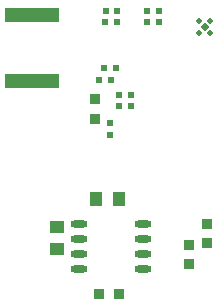
<source format=gbp>
G04 Layer_Color=128*
%FSLAX25Y25*%
%MOIN*%
G70*
G01*
G75*
%ADD10R,0.01968X0.02362*%
%ADD14R,0.04724X0.04488*%
%ADD15R,0.03347X0.03799*%
%ADD20R,0.02362X0.01968*%
%ADD21R,0.03799X0.03347*%
%ADD22R,0.04488X0.04724*%
%ADD49R,0.17953X0.05118*%
%ADD50P,0.02784X4X360.0*%
%ADD51P,0.02227X4X360.0*%
%ADD52O,0.05709X0.02362*%
D10*
X35800Y11332D02*
D03*
Y15269D02*
D03*
D14*
X18200Y-26760D02*
D03*
Y-19240D02*
D03*
D15*
X30800Y16852D02*
D03*
Y23348D02*
D03*
X62000Y-31648D02*
D03*
Y-25152D02*
D03*
X68000Y-24748D02*
D03*
Y-18252D02*
D03*
D20*
X42669Y21100D02*
D03*
X38732D02*
D03*
X42669Y24700D02*
D03*
X38732D02*
D03*
X48232Y52700D02*
D03*
X52169D02*
D03*
X38269Y52800D02*
D03*
X34332D02*
D03*
X38168Y49200D02*
D03*
X34231D02*
D03*
X37769Y33700D02*
D03*
X33832D02*
D03*
X35969Y29800D02*
D03*
X32032D02*
D03*
X48232Y48900D02*
D03*
X52169D02*
D03*
D21*
X38648Y-41500D02*
D03*
X32152D02*
D03*
D22*
X31140Y-10000D02*
D03*
X38660D02*
D03*
D49*
X9843Y29550D02*
D03*
Y51400D02*
D03*
D50*
X67300Y47400D02*
D03*
D51*
X65332Y49369D02*
D03*
Y45432D02*
D03*
X69269Y49369D02*
D03*
Y45432D02*
D03*
D52*
X25372Y-33200D02*
D03*
Y-23200D02*
D03*
Y-28200D02*
D03*
Y-18200D02*
D03*
X46828Y-33200D02*
D03*
Y-28200D02*
D03*
Y-18200D02*
D03*
Y-23200D02*
D03*
M02*

</source>
